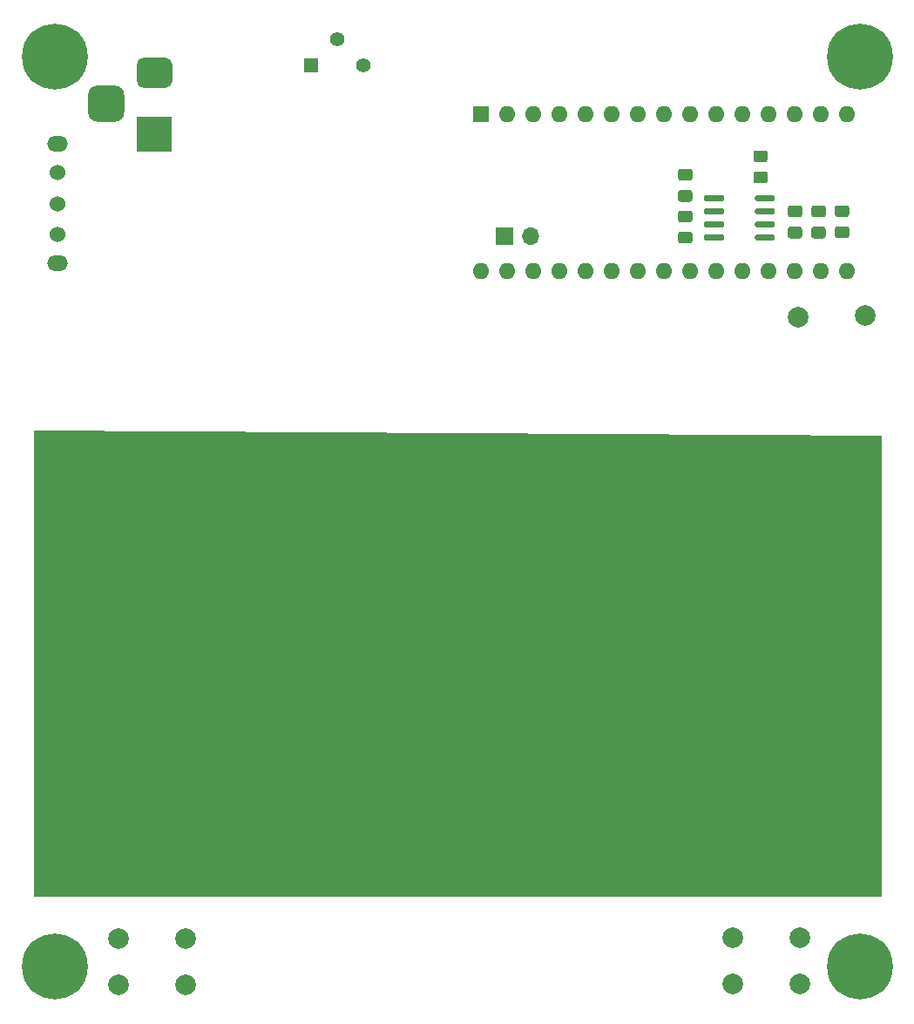
<source format=gbr>
G04 #@! TF.GenerationSoftware,KiCad,Pcbnew,5.1.6-c6e7f7d~86~ubuntu19.10.1*
G04 #@! TF.CreationDate,2020-05-21T12:39:08+02:00*
G04 #@! TF.ProjectId,MicroDroplet,4d696372-6f44-4726-9f70-6c65742e6b69,rev?*
G04 #@! TF.SameCoordinates,Original*
G04 #@! TF.FileFunction,Soldermask,Top*
G04 #@! TF.FilePolarity,Negative*
%FSLAX46Y46*%
G04 Gerber Fmt 4.6, Leading zero omitted, Abs format (unit mm)*
G04 Created by KiCad (PCBNEW 5.1.6-c6e7f7d~86~ubuntu19.10.1) date 2020-05-21 12:39:08*
%MOMM*%
%LPD*%
G01*
G04 APERTURE LIST*
%ADD10C,0.100000*%
%ADD11C,2.000000*%
%ADD12O,1.700000X1.700000*%
%ADD13R,1.700000X1.700000*%
%ADD14C,3.200000*%
%ADD15C,6.400000*%
%ADD16O,1.600000X1.600000*%
%ADD17R,1.600000X1.600000*%
%ADD18O,2.000000X1.524000*%
%ADD19C,1.524000*%
%ADD20C,1.400000*%
%ADD21R,1.400000X1.400000*%
%ADD22R,3.500000X3.500000*%
%ADD23C,0.604800*%
G04 APERTURE END LIST*
D10*
G36*
X170180000Y-113792000D02*
G01*
X170180000Y-158496000D01*
X87884000Y-158496000D01*
X87884000Y-113284000D01*
X170180000Y-113792000D01*
G37*
X170180000Y-113792000D02*
X170180000Y-158496000D01*
X87884000Y-158496000D01*
X87884000Y-113284000D01*
X170180000Y-113792000D01*
D11*
X162179000Y-102235000D03*
D12*
X136144000Y-94361000D03*
D13*
X133604000Y-94361000D03*
D11*
X168656000Y-102108000D03*
D14*
X166624000Y-154940000D03*
D15*
X168148000Y-165354000D03*
X89916000Y-165354000D03*
X168148000Y-76962000D03*
X89916000Y-76962000D03*
X166624000Y-117348000D03*
D16*
X166878000Y-97790000D03*
X166878000Y-82550000D03*
X131318000Y-97790000D03*
X164338000Y-82550000D03*
X133858000Y-97790000D03*
X161798000Y-82550000D03*
X136398000Y-97790000D03*
X159258000Y-82550000D03*
X138938000Y-97790000D03*
X156718000Y-82550000D03*
X141478000Y-97790000D03*
X154178000Y-82550000D03*
X144018000Y-97790000D03*
X151638000Y-82550000D03*
X146558000Y-97790000D03*
X149098000Y-82550000D03*
X149098000Y-97790000D03*
X146558000Y-82550000D03*
X151638000Y-97790000D03*
X144018000Y-82550000D03*
X154178000Y-97790000D03*
X141478000Y-82550000D03*
X156718000Y-97790000D03*
X138938000Y-82550000D03*
X159258000Y-97790000D03*
X136398000Y-82550000D03*
X161798000Y-97790000D03*
X133858000Y-82550000D03*
X164338000Y-97790000D03*
D17*
X131318000Y-82550000D03*
G36*
G01*
X157947000Y-90855000D02*
X157947000Y-90555000D01*
G75*
G02*
X158097000Y-90405000I150000J0D01*
G01*
X159747000Y-90405000D01*
G75*
G02*
X159897000Y-90555000I0J-150000D01*
G01*
X159897000Y-90855000D01*
G75*
G02*
X159747000Y-91005000I-150000J0D01*
G01*
X158097000Y-91005000D01*
G75*
G02*
X157947000Y-90855000I0J150000D01*
G01*
G37*
G36*
G01*
X157947000Y-92125000D02*
X157947000Y-91825000D01*
G75*
G02*
X158097000Y-91675000I150000J0D01*
G01*
X159747000Y-91675000D01*
G75*
G02*
X159897000Y-91825000I0J-150000D01*
G01*
X159897000Y-92125000D01*
G75*
G02*
X159747000Y-92275000I-150000J0D01*
G01*
X158097000Y-92275000D01*
G75*
G02*
X157947000Y-92125000I0J150000D01*
G01*
G37*
G36*
G01*
X157947000Y-93395000D02*
X157947000Y-93095000D01*
G75*
G02*
X158097000Y-92945000I150000J0D01*
G01*
X159747000Y-92945000D01*
G75*
G02*
X159897000Y-93095000I0J-150000D01*
G01*
X159897000Y-93395000D01*
G75*
G02*
X159747000Y-93545000I-150000J0D01*
G01*
X158097000Y-93545000D01*
G75*
G02*
X157947000Y-93395000I0J150000D01*
G01*
G37*
G36*
G01*
X157947000Y-94665000D02*
X157947000Y-94365000D01*
G75*
G02*
X158097000Y-94215000I150000J0D01*
G01*
X159747000Y-94215000D01*
G75*
G02*
X159897000Y-94365000I0J-150000D01*
G01*
X159897000Y-94665000D01*
G75*
G02*
X159747000Y-94815000I-150000J0D01*
G01*
X158097000Y-94815000D01*
G75*
G02*
X157947000Y-94665000I0J150000D01*
G01*
G37*
G36*
G01*
X152997000Y-94665000D02*
X152997000Y-94365000D01*
G75*
G02*
X153147000Y-94215000I150000J0D01*
G01*
X154797000Y-94215000D01*
G75*
G02*
X154947000Y-94365000I0J-150000D01*
G01*
X154947000Y-94665000D01*
G75*
G02*
X154797000Y-94815000I-150000J0D01*
G01*
X153147000Y-94815000D01*
G75*
G02*
X152997000Y-94665000I0J150000D01*
G01*
G37*
G36*
G01*
X152997000Y-93395000D02*
X152997000Y-93095000D01*
G75*
G02*
X153147000Y-92945000I150000J0D01*
G01*
X154797000Y-92945000D01*
G75*
G02*
X154947000Y-93095000I0J-150000D01*
G01*
X154947000Y-93395000D01*
G75*
G02*
X154797000Y-93545000I-150000J0D01*
G01*
X153147000Y-93545000D01*
G75*
G02*
X152997000Y-93395000I0J150000D01*
G01*
G37*
G36*
G01*
X152997000Y-92125000D02*
X152997000Y-91825000D01*
G75*
G02*
X153147000Y-91675000I150000J0D01*
G01*
X154797000Y-91675000D01*
G75*
G02*
X154947000Y-91825000I0J-150000D01*
G01*
X154947000Y-92125000D01*
G75*
G02*
X154797000Y-92275000I-150000J0D01*
G01*
X153147000Y-92275000D01*
G75*
G02*
X152997000Y-92125000I0J150000D01*
G01*
G37*
G36*
G01*
X152997000Y-90855000D02*
X152997000Y-90555000D01*
G75*
G02*
X153147000Y-90405000I150000J0D01*
G01*
X154797000Y-90405000D01*
G75*
G02*
X154947000Y-90555000I0J-150000D01*
G01*
X154947000Y-90855000D01*
G75*
G02*
X154797000Y-91005000I-150000J0D01*
G01*
X153147000Y-91005000D01*
G75*
G02*
X152997000Y-90855000I0J150000D01*
G01*
G37*
D18*
X90218000Y-85413000D03*
X90218000Y-97013000D03*
D19*
X90218000Y-88213000D03*
X90218000Y-94213000D03*
X90218000Y-91213000D03*
D11*
X162306000Y-162560000D03*
X162306000Y-167060000D03*
X155806000Y-162560000D03*
X155806000Y-167060000D03*
X102616000Y-162632000D03*
X102616000Y-167132000D03*
X96116000Y-162632000D03*
X96116000Y-167132000D03*
G36*
G01*
X163681999Y-93450000D02*
X164582001Y-93450000D01*
G75*
G02*
X164832000Y-93699999I0J-249999D01*
G01*
X164832000Y-94350001D01*
G75*
G02*
X164582001Y-94600000I-249999J0D01*
G01*
X163681999Y-94600000D01*
G75*
G02*
X163432000Y-94350001I0J249999D01*
G01*
X163432000Y-93699999D01*
G75*
G02*
X163681999Y-93450000I249999J0D01*
G01*
G37*
G36*
G01*
X163681999Y-91400000D02*
X164582001Y-91400000D01*
G75*
G02*
X164832000Y-91649999I0J-249999D01*
G01*
X164832000Y-92300001D01*
G75*
G02*
X164582001Y-92550000I-249999J0D01*
G01*
X163681999Y-92550000D01*
G75*
G02*
X163432000Y-92300001I0J249999D01*
G01*
X163432000Y-91649999D01*
G75*
G02*
X163681999Y-91400000I249999J0D01*
G01*
G37*
G36*
G01*
X150727999Y-93949000D02*
X151628001Y-93949000D01*
G75*
G02*
X151878000Y-94198999I0J-249999D01*
G01*
X151878000Y-94849001D01*
G75*
G02*
X151628001Y-95099000I-249999J0D01*
G01*
X150727999Y-95099000D01*
G75*
G02*
X150478000Y-94849001I0J249999D01*
G01*
X150478000Y-94198999D01*
G75*
G02*
X150727999Y-93949000I249999J0D01*
G01*
G37*
G36*
G01*
X150727999Y-91899000D02*
X151628001Y-91899000D01*
G75*
G02*
X151878000Y-92148999I0J-249999D01*
G01*
X151878000Y-92799001D01*
G75*
G02*
X151628001Y-93049000I-249999J0D01*
G01*
X150727999Y-93049000D01*
G75*
G02*
X150478000Y-92799001I0J249999D01*
G01*
X150478000Y-92148999D01*
G75*
G02*
X150727999Y-91899000I249999J0D01*
G01*
G37*
G36*
G01*
X150727999Y-89894000D02*
X151628001Y-89894000D01*
G75*
G02*
X151878000Y-90143999I0J-249999D01*
G01*
X151878000Y-90794001D01*
G75*
G02*
X151628001Y-91044000I-249999J0D01*
G01*
X150727999Y-91044000D01*
G75*
G02*
X150478000Y-90794001I0J249999D01*
G01*
X150478000Y-90143999D01*
G75*
G02*
X150727999Y-89894000I249999J0D01*
G01*
G37*
G36*
G01*
X150727999Y-87844000D02*
X151628001Y-87844000D01*
G75*
G02*
X151878000Y-88093999I0J-249999D01*
G01*
X151878000Y-88744001D01*
G75*
G02*
X151628001Y-88994000I-249999J0D01*
G01*
X150727999Y-88994000D01*
G75*
G02*
X150478000Y-88744001I0J249999D01*
G01*
X150478000Y-88093999D01*
G75*
G02*
X150727999Y-87844000I249999J0D01*
G01*
G37*
D20*
X117396000Y-75211000D03*
X119936000Y-77751000D03*
D21*
X114856000Y-77751000D03*
D14*
X91440000Y-117348000D03*
X91440000Y-154940000D03*
G36*
G01*
X94041000Y-79763000D02*
X95791000Y-79763000D01*
G75*
G02*
X96666000Y-80638000I0J-875000D01*
G01*
X96666000Y-82388000D01*
G75*
G02*
X95791000Y-83263000I-875000J0D01*
G01*
X94041000Y-83263000D01*
G75*
G02*
X93166000Y-82388000I0J875000D01*
G01*
X93166000Y-80638000D01*
G75*
G02*
X94041000Y-79763000I875000J0D01*
G01*
G37*
G36*
G01*
X98616000Y-77013000D02*
X100616000Y-77013000D01*
G75*
G02*
X101366000Y-77763000I0J-750000D01*
G01*
X101366000Y-79263000D01*
G75*
G02*
X100616000Y-80013000I-750000J0D01*
G01*
X98616000Y-80013000D01*
G75*
G02*
X97866000Y-79263000I0J750000D01*
G01*
X97866000Y-77763000D01*
G75*
G02*
X98616000Y-77013000I750000J0D01*
G01*
G37*
D22*
X99616000Y-84513000D03*
D23*
X119527000Y-145864000D03*
X119527000Y-143114000D03*
X119527000Y-140364000D03*
X119527000Y-137614000D03*
X119527000Y-134864000D03*
X119527000Y-132114000D03*
X119527000Y-129364000D03*
X119527000Y-126614000D03*
X122277000Y-145864000D03*
X122277000Y-143114000D03*
X122277000Y-140364000D03*
X122277000Y-137614000D03*
X122277000Y-134864000D03*
X122277000Y-132114000D03*
X122277000Y-129364000D03*
X122277000Y-126614000D03*
X125027000Y-145864000D03*
X125027000Y-143114000D03*
X125027000Y-140364000D03*
X125027000Y-137614000D03*
X125027000Y-134864000D03*
X125027000Y-132114000D03*
X125027000Y-129364000D03*
X125027000Y-126614000D03*
X127777000Y-145864000D03*
X127777000Y-143114000D03*
X127777000Y-140364000D03*
X127777000Y-137614000D03*
X127777000Y-134864000D03*
X127777000Y-132114000D03*
X127777000Y-129364000D03*
X127777000Y-126614000D03*
X130527000Y-145864000D03*
X130527000Y-143114000D03*
X130527000Y-140364000D03*
X130527000Y-137614000D03*
X130527000Y-134864000D03*
X130527000Y-132114000D03*
X130527000Y-129364000D03*
X130527000Y-126614000D03*
X133277000Y-145864000D03*
X133277000Y-143114000D03*
X133277000Y-140364000D03*
X133277000Y-137614000D03*
X133277000Y-134864000D03*
X133277000Y-132114000D03*
X133277000Y-129364000D03*
X133277000Y-126614000D03*
X136027000Y-145864000D03*
X136027000Y-143114000D03*
X136027000Y-140364000D03*
X136027000Y-137614000D03*
X136027000Y-134864000D03*
X136027000Y-132114000D03*
X136027000Y-129364000D03*
X136027000Y-126614000D03*
X138777000Y-145864000D03*
X138777000Y-143114000D03*
X138777000Y-140364000D03*
X138777000Y-137614000D03*
X138777000Y-134864000D03*
X138777000Y-132114000D03*
X138777000Y-129364000D03*
X138777000Y-126614000D03*
G36*
G01*
X161395999Y-93450000D02*
X162296001Y-93450000D01*
G75*
G02*
X162546000Y-93699999I0J-249999D01*
G01*
X162546000Y-94350001D01*
G75*
G02*
X162296001Y-94600000I-249999J0D01*
G01*
X161395999Y-94600000D01*
G75*
G02*
X161146000Y-94350001I0J249999D01*
G01*
X161146000Y-93699999D01*
G75*
G02*
X161395999Y-93450000I249999J0D01*
G01*
G37*
G36*
G01*
X161395999Y-91400000D02*
X162296001Y-91400000D01*
G75*
G02*
X162546000Y-91649999I0J-249999D01*
G01*
X162546000Y-92300001D01*
G75*
G02*
X162296001Y-92550000I-249999J0D01*
G01*
X161395999Y-92550000D01*
G75*
G02*
X161146000Y-92300001I0J249999D01*
G01*
X161146000Y-91649999D01*
G75*
G02*
X161395999Y-91400000I249999J0D01*
G01*
G37*
G36*
G01*
X166868001Y-92532000D02*
X165967999Y-92532000D01*
G75*
G02*
X165718000Y-92282001I0J249999D01*
G01*
X165718000Y-91631999D01*
G75*
G02*
X165967999Y-91382000I249999J0D01*
G01*
X166868001Y-91382000D01*
G75*
G02*
X167118000Y-91631999I0J-249999D01*
G01*
X167118000Y-92282001D01*
G75*
G02*
X166868001Y-92532000I-249999J0D01*
G01*
G37*
G36*
G01*
X166868001Y-94582000D02*
X165967999Y-94582000D01*
G75*
G02*
X165718000Y-94332001I0J249999D01*
G01*
X165718000Y-93681999D01*
G75*
G02*
X165967999Y-93432000I249999J0D01*
G01*
X166868001Y-93432000D01*
G75*
G02*
X167118000Y-93681999I0J-249999D01*
G01*
X167118000Y-94332001D01*
G75*
G02*
X166868001Y-94582000I-249999J0D01*
G01*
G37*
G36*
G01*
X158946001Y-87198000D02*
X158045999Y-87198000D01*
G75*
G02*
X157796000Y-86948001I0J249999D01*
G01*
X157796000Y-86297999D01*
G75*
G02*
X158045999Y-86048000I249999J0D01*
G01*
X158946001Y-86048000D01*
G75*
G02*
X159196000Y-86297999I0J-249999D01*
G01*
X159196000Y-86948001D01*
G75*
G02*
X158946001Y-87198000I-249999J0D01*
G01*
G37*
G36*
G01*
X158946001Y-89248000D02*
X158045999Y-89248000D01*
G75*
G02*
X157796000Y-88998001I0J249999D01*
G01*
X157796000Y-88347999D01*
G75*
G02*
X158045999Y-88098000I249999J0D01*
G01*
X158946001Y-88098000D01*
G75*
G02*
X159196000Y-88347999I0J-249999D01*
G01*
X159196000Y-88998001D01*
G75*
G02*
X158946001Y-89248000I-249999J0D01*
G01*
G37*
M02*

</source>
